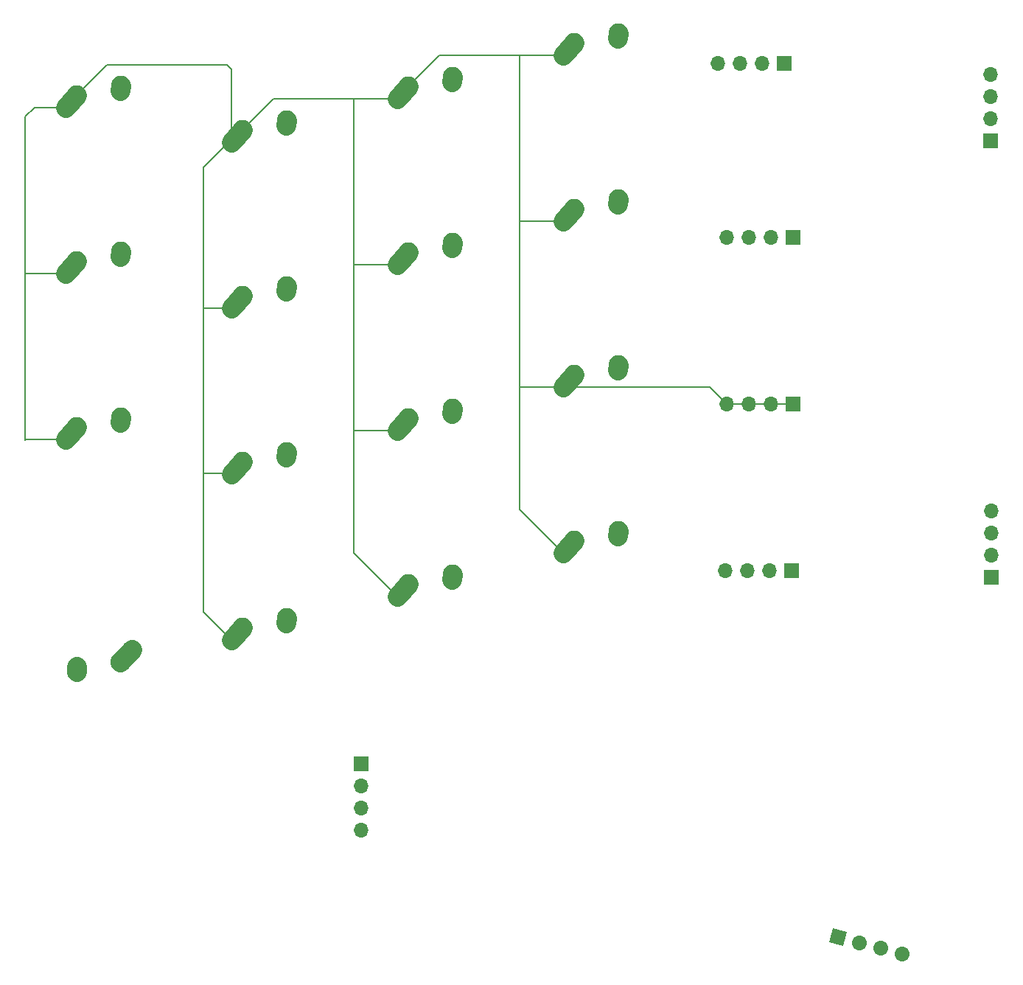
<source format=gbr>
G04 #@! TF.GenerationSoftware,KiCad,Pcbnew,(5.1.4)-1*
G04 #@! TF.CreationDate,2023-02-11T17:21:27-05:00*
G04 #@! TF.ProjectId,ThumbsUp,5468756d-6273-4557-902e-6b696361645f,rev?*
G04 #@! TF.SameCoordinates,Original*
G04 #@! TF.FileFunction,Copper,L1,Top*
G04 #@! TF.FilePolarity,Positive*
%FSLAX46Y46*%
G04 Gerber Fmt 4.6, Leading zero omitted, Abs format (unit mm)*
G04 Created by KiCad (PCBNEW (5.1.4)-1) date 2023-02-11 17:21:27*
%MOMM*%
%LPD*%
G04 APERTURE LIST*
%ADD10O,1.700000X1.700000*%
%ADD11R,1.700000X1.700000*%
%ADD12C,2.250000*%
%ADD13C,2.250000*%
%ADD14C,1.700000*%
%ADD15C,1.700000*%
%ADD16C,0.100000*%
%ADD17C,0.200000*%
G04 APERTURE END LIST*
D10*
X95016291Y-498315542D03*
X97556291Y-498315542D03*
X100096291Y-498315542D03*
D11*
X102636291Y-498315542D03*
D12*
X40432789Y-524962952D03*
X39777790Y-525692952D03*
D13*
X39122789Y-526422952D02*
X40432791Y-524962952D01*
D12*
X45472789Y-523882952D03*
X45452789Y-524172952D03*
D13*
X45432789Y-524462952D02*
X45472789Y-523882952D01*
D12*
X40432790Y-544012952D03*
X39777791Y-544742952D03*
D13*
X39122790Y-545472952D02*
X40432792Y-544012952D01*
D12*
X45472790Y-542932952D03*
X45452790Y-543222952D03*
D13*
X45432790Y-543512952D02*
X45472790Y-542932952D01*
D12*
X78532790Y-495900000D03*
X77877791Y-496630000D03*
D13*
X77222790Y-497360000D02*
X78532792Y-495900000D01*
D12*
X83572790Y-494820000D03*
X83552790Y-495110000D03*
D13*
X83532790Y-495400000D02*
X83572790Y-494820000D01*
D12*
X59482789Y-500900000D03*
X58827790Y-501630000D03*
D13*
X58172789Y-502360000D02*
X59482791Y-500900000D01*
D12*
X64522789Y-499820000D03*
X64502789Y-500110000D03*
D13*
X64482789Y-500400000D02*
X64522789Y-499820000D01*
D12*
X40432789Y-505900000D03*
X39777790Y-506630000D03*
D13*
X39122789Y-507360000D02*
X40432791Y-505900000D01*
D12*
X45472789Y-504820000D03*
X45452789Y-505110000D03*
D13*
X45432789Y-505400000D02*
X45472789Y-504820000D01*
D12*
X21382789Y-501900000D03*
X20727790Y-502630000D03*
D13*
X20072789Y-503360000D02*
X21382791Y-501900000D01*
D12*
X26422789Y-500820000D03*
X26402789Y-501110000D03*
D13*
X26382789Y-501400000D02*
X26422789Y-500820000D01*
D12*
X78532789Y-553062952D03*
X77877790Y-553792952D03*
D13*
X77222789Y-554522952D02*
X78532791Y-553062952D01*
D12*
X83572789Y-551982952D03*
X83552789Y-552272952D03*
D13*
X83532789Y-552562952D02*
X83572789Y-551982952D01*
D12*
X78532789Y-534012952D03*
X77877790Y-534742952D03*
D13*
X77222789Y-535472952D02*
X78532791Y-534012952D01*
D12*
X83572789Y-532932952D03*
X83552789Y-533222952D03*
D13*
X83532789Y-533512952D02*
X83572789Y-532932952D01*
D12*
X78532790Y-514962952D03*
X77877791Y-515692952D03*
D13*
X77222790Y-516422952D02*
X78532792Y-514962952D01*
D12*
X83572790Y-513882952D03*
X83552790Y-514172952D03*
D13*
X83532790Y-514462952D02*
X83572790Y-513882952D01*
D12*
X59482790Y-558062952D03*
X58827791Y-558792952D03*
D13*
X58172790Y-559522952D02*
X59482792Y-558062952D01*
D12*
X64522790Y-556982952D03*
X64502790Y-557272952D03*
D13*
X64482790Y-557562952D02*
X64522790Y-556982952D01*
D12*
X59482789Y-539012952D03*
X58827790Y-539742952D03*
D13*
X58172789Y-540472952D02*
X59482791Y-539012952D01*
D12*
X64522789Y-537932952D03*
X64502789Y-538222952D03*
D13*
X64482789Y-538512952D02*
X64522789Y-537932952D01*
D12*
X59482789Y-519962953D03*
X58827790Y-520692953D03*
D13*
X58172789Y-521422953D02*
X59482791Y-519962953D01*
D12*
X64522789Y-518882953D03*
X64502789Y-519172953D03*
D13*
X64482789Y-519462953D02*
X64522789Y-518882953D01*
D12*
X40432789Y-563062952D03*
X39777790Y-563792952D03*
D13*
X39122789Y-564522952D02*
X40432791Y-563062952D01*
D12*
X45472789Y-561982952D03*
X45452789Y-562272952D03*
D13*
X45432789Y-562562952D02*
X45472789Y-561982952D01*
D12*
X26382789Y-567062952D03*
X27037788Y-566332952D03*
D13*
X27692789Y-565602952D02*
X26382787Y-567062952D01*
D12*
X21342789Y-568142952D03*
X21362789Y-567852952D03*
D13*
X21382789Y-567562952D02*
X21342789Y-568142952D01*
D12*
X21382790Y-540012952D03*
X20727791Y-540742952D03*
D13*
X20072790Y-541472952D02*
X21382792Y-540012952D01*
D12*
X26422790Y-538932952D03*
X26402790Y-539222952D03*
D13*
X26382790Y-539512952D02*
X26422790Y-538932952D01*
D12*
X21382789Y-520962953D03*
X20727790Y-521692953D03*
D13*
X20072789Y-522422953D02*
X21382791Y-520962953D01*
D12*
X26422789Y-519882953D03*
X26402789Y-520172953D03*
D13*
X26382789Y-520462953D02*
X26422789Y-519882953D01*
D10*
X95876974Y-556520972D03*
X98416974Y-556520972D03*
X100956974Y-556520972D03*
D11*
X103496974Y-556520972D03*
D10*
X96034161Y-537435202D03*
X98574161Y-537435202D03*
X101114161Y-537435202D03*
D11*
X103654161Y-537435202D03*
D10*
X96016291Y-518315542D03*
X98556291Y-518315542D03*
X101096291Y-518315542D03*
D11*
X103636291Y-518315542D03*
D10*
X126440599Y-549724893D03*
X126440599Y-552264893D03*
X126440599Y-554804893D03*
D11*
X126440599Y-557344893D03*
D10*
X126376095Y-499598305D03*
X126376095Y-502138305D03*
X126376095Y-504678305D03*
D11*
X126376095Y-507218305D03*
D10*
X54032789Y-586312952D03*
X54032789Y-583772952D03*
X54032789Y-581232952D03*
D11*
X54032789Y-578692952D03*
D14*
X116193145Y-600585153D03*
D15*
X116193145Y-600585153D02*
X116193145Y-600585153D01*
D14*
X113739693Y-599927753D03*
D15*
X113739693Y-599927753D02*
X113739693Y-599927753D01*
D14*
X111286242Y-599270352D03*
D15*
X111286242Y-599270352D02*
X111286242Y-599270352D01*
D14*
X108832790Y-598612952D03*
D16*
G36*
X109433831Y-599653985D02*
G01*
X107791757Y-599213993D01*
X108231749Y-597571919D01*
X109873823Y-598011911D01*
X109433831Y-599653985D01*
X109433831Y-599653985D01*
G37*
D17*
X103654161Y-537435202D02*
X96034161Y-537435202D01*
X94071911Y-535472952D02*
X77222789Y-535472952D01*
X96034161Y-537435202D02*
X94071911Y-535472952D01*
X72250000Y-549550163D02*
X77222789Y-554522952D01*
X72372952Y-535472952D02*
X72250000Y-535350000D01*
X77222789Y-535472952D02*
X72372952Y-535472952D01*
X72250000Y-535350000D02*
X72250000Y-549550163D01*
X72272952Y-516422952D02*
X72250000Y-516400000D01*
X77222790Y-516422952D02*
X72272952Y-516422952D01*
X72250000Y-516400000D02*
X72250000Y-535350000D01*
X63022789Y-497360000D02*
X59482789Y-500900000D01*
X77222790Y-497360000D02*
X63022789Y-497360000D01*
X53200000Y-554550162D02*
X58172790Y-559522952D01*
X53227048Y-540472952D02*
X53200000Y-540500000D01*
X58172789Y-540472952D02*
X53227048Y-540472952D01*
X53200000Y-540500000D02*
X53200000Y-554550162D01*
X53272953Y-521422953D02*
X53200000Y-521350000D01*
X58172789Y-521422953D02*
X53272953Y-521422953D01*
X53200000Y-521350000D02*
X53200000Y-540500000D01*
X72250000Y-497360000D02*
X72250000Y-516400000D01*
X76905580Y-497360000D02*
X72250000Y-497360000D01*
X77222790Y-497360000D02*
X77222790Y-497677210D01*
X77222790Y-497677210D02*
X76905580Y-497360000D01*
X43972789Y-502360000D02*
X40432789Y-505900000D01*
X58172789Y-502360000D02*
X43972789Y-502360000D01*
X53200000Y-502360000D02*
X53200000Y-521350000D01*
X58172789Y-502360000D02*
X53200000Y-502360000D01*
X15527048Y-541472952D02*
X15450000Y-541550000D01*
X20072790Y-541472952D02*
X15527048Y-541472952D01*
X15572953Y-522422953D02*
X15450000Y-522300000D01*
X20072789Y-522422953D02*
X15572953Y-522422953D01*
X15450000Y-522300000D02*
X15450000Y-541550000D01*
X15450000Y-504400000D02*
X15450000Y-522300000D01*
X20072789Y-503360000D02*
X16490000Y-503360000D01*
X16490000Y-503360000D02*
X15450000Y-504400000D01*
X35890000Y-526391904D02*
X35881904Y-526400000D01*
X35890000Y-510231827D02*
X35890000Y-526391904D01*
X39122789Y-507360000D02*
X38761827Y-507360000D01*
X38761827Y-507360000D02*
X35890000Y-510231827D01*
X35921048Y-526422952D02*
X35890000Y-526454000D01*
X39122789Y-526422952D02*
X35921048Y-526422952D01*
X35890000Y-526400000D02*
X35890000Y-526454000D01*
X35890000Y-526454000D02*
X35890000Y-545350000D01*
X35890000Y-561290163D02*
X39122789Y-564522952D01*
X35890000Y-545350000D02*
X35890000Y-561290163D01*
X38999838Y-545350000D02*
X39122790Y-545472952D01*
X35890000Y-545350000D02*
X38999838Y-545350000D01*
X24832789Y-498450000D02*
X21382789Y-501900000D01*
X38620000Y-498450000D02*
X24832789Y-498450000D01*
X39122789Y-507360000D02*
X39122789Y-498952789D01*
X39122789Y-498952789D02*
X38620000Y-498450000D01*
M02*

</source>
